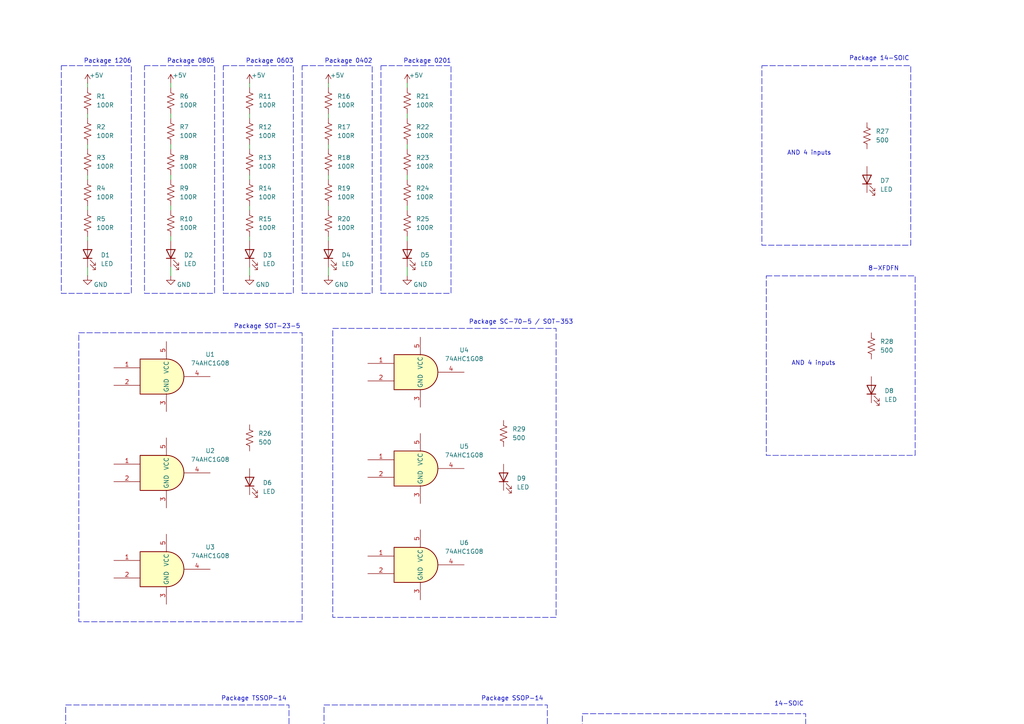
<source format=kicad_sch>
(kicad_sch (version 20250114) (generator "eeschema") (generator_version "9.0")
  (paper "A4")
  (lib_symbols
    (symbol "74xGxx:74AHC1G08"
      (property "Reference" "U" (at -2.54 3.81 0))
      (property "Value" "74AHC1G08" (at 0 -3.81 0))
      (symbol "74AHC1G08_0_1"
        (arc (start 0 5.08) (mid 5.0579 0) (end 0 -5.08) (stroke (width 0.254)) (fill (type background)))
        (polyline (pts (xy 0 -5.08) (xy -7.62 -5.08) (xy -7.62 5.08) (xy 0 5.08)) (stroke (width 0.254)) (fill (type background)))
      )
      (symbol "74AHC1G08_1_1"
        (pin input line (at -15.24 2.54 0) (length 7.62) (name "~") (number "1"))
        (pin input line (at -15.24 -2.54 0) (length 7.62) (name "~") (number "2"))
        (pin power_in line (at 0 10.16 270) (length 5.08) (name "VCC") (number "5"))
        (pin power_in line (at 0 -10.16 90) (length 5.08) (name "GND") (number "3"))
        (pin output line (at 12.7 0 180) (length 7.62) (name "~") (number "4"))
      )
    )
    (symbol "Device:LED" (pin_numbers (hide yes)) (pin_names (offset 1.016) (hide yes))
      (property "Reference" "D" (at 0 2.54 0))
      (property "Value" "LED" (at 0 -2.54 0))
      (symbol "LED_0_1"
        (polyline (pts (xy -3.048 -0.762) (xy -4.572 -2.286) (xy -3.81 -2.286) (xy -4.572 -2.286) (xy -4.572 -1.524)))
        (polyline (pts (xy -1.778 -0.762) (xy -3.302 -2.286) (xy -2.54 -2.286) (xy -3.302 -2.286) (xy -3.302 -1.524)))
        (polyline (pts (xy -1.27 0) (xy 1.27 0)))
        (polyline (pts (xy -1.27 -1.27) (xy -1.27 1.27)) (stroke (width 0.254)))
        (polyline (pts (xy 1.27 -1.27) (xy 1.27 1.27) (xy -1.27 0) (xy 1.27 -1.27)) (stroke (width 0.254)))
      )
      (symbol "LED_1_1"
        (pin passive line (at -3.81 0 0) (length 2.54) (name "K") (number "1"))
        (pin passive line (at 3.81 0 180) (length 2.54) (name "A") (number "2"))
      )
    )
    (symbol "Device:R_US" (pin_numbers (hide yes)) (pin_names (offset 0))
      (property "Reference" "R" (at 2.54 0 90))
      (property "Value" "R_US" (at -2.54 0 90))
      (symbol "R_US_0_1"
        (polyline (pts (xy 0 2.286) (xy 0 2.54)))
        (polyline (pts (xy 0 2.286) (xy 1.016 1.905) (xy 0 1.524) (xy -1.016 1.143) (xy 0 0.762)))
        (polyline (pts (xy 0 0.762) (xy 1.016 0.381) (xy 0 0) (xy -1.016 -0.381) (xy 0 -0.762)))
        (polyline (pts (xy 0 -0.762) (xy 1.016 -1.143) (xy 0 -1.524) (xy -1.016 -1.905) (xy 0 -2.286)))
        (polyline (pts (xy 0 -2.286) (xy 0 -2.54)))
      )
      (symbol "R_US_1_1"
        (pin passive line (at 0 3.81 270) (length 1.27) (name "~") (number "1"))
        (pin passive line (at 0 -3.81 90) (length 1.27) (name "~") (number "2"))
      )
    )
    (symbol "MCU_Microchip_PIC16:PIC16F15386-xPT"
      (property "Reference" "U?" (at 16.51 -36.83 0))
      (property "Value" "PIC16F15386-xPT" (at 0 0 0))
      (symbol "PIC16F15386-xPT_0_0"
        (pin bidirectional line (at -20.32 -2.54 0) (length 2.54) (name "RD5") (number "3"))
        (pin bidirectional line (at -20.32 -5.08 0) (length 2.54) (name "RD6") (number "4"))
      )
      (symbol "PIC16F15386-xPT_0_1"
        (rectangle (start -17.78 35.56) (end 17.78 -35.56) (stroke (width 0.254)) (fill (type background)))
      )
      (symbol "PIC16F15386-xPT_1_1"
        (pin bidirectional line (at -20.32 33.02 0) (length 2.54) (name "VPP/~{MCLR}/RE3") (number "20"))
        (pin bidirectional line (at -20.32 30.48 0) (length 2.54) (name "RE2") (number "29"))
        (pin bidirectional line (at -20.32 27.94 0) (length 2.54) (name "RE1") (number "28"))
        (pin bidirectional line (at -20.32 25.4 0) (length 2.54) (name "RE0") (number "27"))
        (pin bidirectional line (at -20.32 10.16 0) (length 2.54) (name "RD0") (number "42"))
        (pin bidirectional line (at -20.32 7.62 0) (length 2.54) (name "RD1") (number "43"))
        (pin bidirectional line (at -20.32 5.08 0) (length 2.54) (name "RD2") (number "44"))
        (pin bidirectional line (at -20.32 2.54 0) (length 2.54) (name "RD3") (number "45"))
        (pin bidirectional line (at -20.32 0 0) (length 2.54) (name "RD4") (number "2"))
        (pin bidirectional line (at -20.32 -7.62 0) (length 2.54) (name "RD7") (number "5"))
        (pin bidirectional line (at -20.32 -12.7 0) (length 2.54) (name "RF0") (number "36"))
        (pin bidirectional line (at -20.32 -15.24 0) (length 2.54) (name "RF1") (number "37"))
        (pin bidirectional line (at -20.32 -17.78 0) (length 2.54) (name "RF2") (number "38"))
        (pin bidirectional line (at -20.32 -20.32 0) (length 2.54) (name "RF3") (number "39"))
        (pin bidirectional line (at -20.32 -22.86 0) (length 2.54) (name "RF4") (number "12"))
        (pin bidirectional line (at -20.32 -25.4 0) (length 2.54) (name "RF5") (number "13"))
        (pin bidirectional line (at -20.32 -27.94 0) (length 2.54) (name "RF6") (number "14"))
        (pin bidirectional line (at -20.32 -30.48 0) (length 2.54) (name "RF7") (number "15"))
        (pin power_in line (at -2.54 -38.1 90) (length 2.54) (name "VSS") (number "31"))
        (pin power_in line (at 0 38.1 270) (length 2.54) (name "VDD") (number "7"))
        (pin power_in line (at 0 -38.1 90) (length 2.54) (name "VSS") (number "6"))
        (pin power_in line (at 2.54 38.1 270) (length 2.54) (name "VDD") (number "30"))
        (pin bidirectional line (at 20.32 33.02 180) (length 2.54) (name "RA0") (number "21"))
        (pin bidirectional line (at 20.32 30.48 180) (length 2.54) (name "RA1") (number "22"))
        (pin bidirectional line (at 20.32 27.94 180) (length 2.54) (name "RA2") (number "23"))
        (pin bidirectional line (at 20.32 25.4 180) (length 2.54) (name "RA3") (number "24"))
        (pin bidirectional line (at 20.32 22.86 180) (length 2.54) (name "RA4") (number "25"))
        (pin bidirectional line (at 20.32 20.32 180) (length 2.54) (name "RA5") (number "26"))
        (pin bidirectional line (at 20.32 17.78 180) (length 2.54) (name "RA6") (number "33"))
        (pin bidirectional line (at 20.32 15.24 180) (length 2.54) (name "RA7") (number "32"))
        (pin bidirectional line (at 20.32 10.16 180) (length 2.54) (name "RB0") (number "8"))
        (pin bidirectional line (at 20.32 7.62 180) (length 2.54) (name "RB1") (number "9"))
        (pin bidirectional line (at 20.32 5.08 180) (length 2.54) (name "RB2") (number "10"))
        (pin bidirectional line (at 20.32 2.54 180) (length 2.54) (name "RB3") (number "11"))
        (pin bidirectional line (at 20.32 0 180) (length 2.54) (name "RB4") (number "16"))
        (pin bidirectional line (at 20.32 -2.54 180) (length 2.54) (name "RB5") (number "17"))
        (pin bidirectional line (at 20.32 -5.08 180) (length 2.54) (name "ICSPCLK/RB6") (number "18"))
        (pin bidirectional line (at 20.32 -7.62 180) (length 2.54) (name "ICSPDAT/RB7") (number "19"))
        (pin bidirectional line (at 20.32 -12.7 180) (length 2.54) (name "RC0") (number "34"))
        (pin bidirectional line (at 20.32 -15.24 180) (length 2.54) (name "RC1") (number "35"))
        (pin bidirectional line (at 20.32 -17.78 180) (length 2.54) (name "RC2") (number "40"))
        (pin bidirectional line (at 20.32 -20.32 180) (length 2.54) (name "RC3") (number "41"))
        (pin bidirectional line (at 20.32 -22.86 180) (length 2.54) (name "RC4") (number "46"))
        (pin bidirectional line (at 20.32 -25.4 180) (length 2.54) (name "RC5") (number "47"))
        (pin bidirectional line (at 20.32 -27.94 180) (length 2.54) (name "RC6") (number "48"))
        (pin bidirectional line (at 20.32 -30.48 180) (length 2.54) (name "RC7") (number "1"))
      )
    )
    (symbol "logic_gates:xor_4ch_2inp"
      (property "Reference" "U" (at -3.048 1.524 0))
      (property "Value" "XOR 4CH 2INP" (at 13.462 1.778 0))
      (symbol "xor_4ch_2inp_0_1"
        (rectangle (start -3.81 0) (end 12.7 -29.21))
        (arc (start 0.635 -10.16) (mid 1.7845 -13.335) (end 0.635 -16.51) (stroke (width 0.254)))
        (arc (start 0 -10.795) (mid 1.0521 -13.335) (end 0 -15.875) (stroke (width 0.254)))
        (arc (start 4.445 -10.16) (mid 7.079 -11.1715) (end 8.8902 -13.335) (stroke (width 0.254)))
        (arc (start 8.8902 -13.335) (mid 7.3965 -15.4162) (end 5.08 -16.51) (stroke (width 0.254)))
        (polyline (pts (xy 4.445 -10.16) (xy 0.635 -10.16)) (stroke (width 0.254)) (fill (type background)))
        (polyline (pts (xy 5.0802 -16.51) (xy 0.635 -16.51)) (stroke (width 0.254)) (fill (type background)))
      )
      (symbol "xor_4ch_2inp_1_1"
        (pin input line (at -6.35 -2.54 0) (length 2.54) (name "1A") (number "1"))
        (pin input line (at -6.35 -5.08 0) (length 2.54) (name "1B") (number "2"))
        (pin input line (at -6.35 -8.89 0) (length 2.54) (name "2A") (number "4"))
        (pin input line (at -6.35 -11.43 0) (length 2.54) (name "2B") (number "5"))
        (pin input line (at -6.35 -15.24 0) (length 2.54) (name "3A") (number "9"))
        (pin input line (at -6.35 -17.78 0) (length 2.54) (name "3B") (number "10"))
        (pin input line (at -6.35 -21.59 0) (length 2.54) (name "4A") (number "12"))
        (pin input line (at -6.35 -24.13 0) (length 2.54) (name "4B") (number "13"))
        (pin power_in line (at 3.81 2.54 270) (length 2.54) (name "VCC") (number "14"))
        (pin power_in line (at 3.81 -31.75 90) (length 2.54) (name "GND") (number "7"))
        (pin output line (at 15.24 -3.81 180) (length 2.54) (name "1Y") (number "3"))
        (pin output line (at 15.24 -10.16 180) (length 2.54) (name "2Y") (number "6"))
        (pin output line (at 15.24 -16.51 180) (length 2.54) (name "3Y") (number "8"))
        (pin output line (at 15.24 -22.86 180) (length 2.54) (name "4Y") (number "11"))
      )
    )
    (symbol "power:+5V" (power) (pin_numbers (hide yes)) (pin_names (offset 0) (hide yes))
      (property "Value" "+5V" (at 0 3.556 0))
      (symbol "+5V_0_1"
        (polyline (pts (xy -0.762 1.27) (xy 0 2.54)))
        (polyline (pts (xy 0 2.54) (xy 0.762 1.27)))
        (polyline (pts (xy 0 0) (xy 0 2.54)))
      )
      (symbol "+5V_1_1"
        (pin power_in line (at 0 0 90) (length 0) (name "~") (number "1"))
      )
    )
    (symbol "power:GND" (power) (pin_numbers (hide yes)) (pin_names (offset 0) (hide yes))
      (property "Value" "GND" (at 0 -3.81 0))
      (symbol "GND_0_1"
        (polyline (pts (xy 0 0) (xy 0 -1.27) (xy 1.27 -1.27) (xy 0 -2.54) (xy -1.27 -1.27) (xy 0 -1.27)))
      )
      (symbol "GND_1_1"
        (pin power_in line (at 0 0 270) (length 0) (name "~") (number "1"))
      )
    )
  )
  (rectangle (start 110.49 19.05) (end 130.81 85.09) (stroke (width 0) (type dash)))
  (rectangle (start 41.91 19.05) (end 62.23 85.09) (stroke (width 0) (type dash)))
  (rectangle (start 87.63 19.05) (end 107.95 85.09) (stroke (width 0) (type dash)))
  (rectangle (start 17.78 19.05) (end 38.1 85.09) (stroke (width 0) (type dash)))
  (rectangle (start 22.86 96.52) (end 87.63 180.34) (stroke (width 0) (type dash)))
  (rectangle (start 242.57 213.36) (end 307.34 297.18) (stroke (width 0) (type dash)))
  (rectangle (start 93.98 204.47) (end 158.75 288.29) (stroke (width 0) (type dash)))
  (rectangle (start 220.98 19.05) (end 264.16 71.12) (stroke (width 0) (type dash)))
  (rectangle (start 168.91 207.01) (end 233.68 290.83) (stroke (width 0) (type dash)))
  (rectangle (start 350.52 209.55) (end 415.29 293.37) (stroke (width 0) (type dash)))
  (rectangle (start 222.25 80.01) (end 265.43 132.08) (stroke (width 0) (type dash)))
  (rectangle (start 96.52 95.25) (end 161.29 179.07) (stroke (width 0) (type dash)))
  (rectangle (start 19.05 204.47) (end 83.82 288.29) (stroke (width 0) (type dash)))
  (rectangle (start 64.77 19.05) (end 85.09 85.09) (stroke (width 0) (type dash)))
  (text "AND 4 inputs" (at 234.696 44.45 0) (effects (font (size 1.27 1.27))))
  (text "QFP" (at 410.464 209.042 0) (effects (font (size 1.27 1.27))))
  (text "14-SOIC" (at 228.854 204.216 0) (effects (font (size 1.27 1.27))))
  (text "Package TSSOP-14" (at 73.66 202.692 0) (effects (font (size 1.27 1.27))))
  (text "Package 0201" (at 123.952 17.78 0) (effects (font (size 1.27 1.27))))
  (text "Package SSOP-14" (at 148.59 202.692 0) (effects (font (size 1.27 1.27))))
  (text "Package 0805" (at 55.372 17.78 0) (effects (font (size 1.27 1.27))))
  (text "Package 1206" (at 31.242 17.78 0) (effects (font (size 1.27 1.27))))
  (text "Package 14-SOIC" (at 255.016 17.018 0) (effects (font (size 1.27 1.27))))
  (text "AND 4 inputs" (at 235.966 105.41 0) (effects (font (size 1.27 1.27))))
  (text "Package 0603" (at 78.232 17.78 0) (effects (font (size 1.27 1.27))))
  (text "8-XFDFN\n" (at 256.286 77.978 0) (effects (font (size 1.27 1.27))))
  (text "Package 0402" (at 101.092 17.78 0) (effects (font (size 1.27 1.27))))
  (text "Package SC-70-5 / SOT-353" (at 151.13 93.472 0) (effects (font (size 1.27 1.27))))
  (text "14-VQFN" (at 302.514 210.566 0) (effects (font (size 1.27 1.27))))
  (text "Package SOT-23-5" (at 77.47 94.742 0) (effects (font (size 1.27 1.27))))
  (wire (pts (xy 72.39 41.91) (xy 72.39 43.18)))
  (wire (pts (xy 49.53 68.58) (xy 49.53 69.85)))
  (wire (pts (xy 118.11 41.91) (xy 118.11 43.18)))
  (wire (pts (xy 72.39 59.69) (xy 72.39 60.96)))
  (wire (pts (xy 49.53 59.69) (xy 49.53 60.96)))
  (wire (pts (xy 95.25 77.47) (xy 95.25 80.01)))
  (wire (pts (xy 25.4 59.69) (xy 25.4 60.96)))
  (wire (pts (xy 25.4 25.4) (xy 25.4 24.13)))
  (wire (pts (xy 95.25 68.58) (xy 95.25 69.85)))
  (wire (pts (xy 49.53 25.4) (xy 49.53 24.13)))
  (wire (pts (xy 25.4 33.02) (xy 25.4 34.29)))
  (wire (pts (xy 72.39 50.8) (xy 72.39 52.07)))
  (wire (pts (xy 25.4 77.47) (xy 25.4 80.01)))
  (wire (pts (xy 72.39 33.02) (xy 72.39 34.29)))
  (wire (pts (xy 49.53 41.91) (xy 49.53 43.18)))
  (wire (pts (xy 49.53 33.02) (xy 49.53 34.29)))
  (wire (pts (xy 95.25 41.91) (xy 95.25 43.18)))
  (wire (pts (xy 72.39 68.58) (xy 72.39 69.85)))
  (wire (pts (xy 49.53 77.47) (xy 49.53 80.01)))
  (wire (pts (xy 118.11 77.47) (xy 118.11 80.01)))
  (wire (pts (xy 118.11 25.4) (xy 118.11 24.13)))
  (wire (pts (xy 95.25 59.69) (xy 95.25 60.96)))
  (wire (pts (xy 118.11 68.58) (xy 118.11 69.85)))
  (wire (pts (xy 118.11 59.69) (xy 118.11 60.96)))
  (wire (pts (xy 95.25 25.4) (xy 95.25 24.13)))
  (wire (pts (xy 49.53 50.8) (xy 49.53 52.07)))
  (wire (pts (xy 72.39 25.4) (xy 72.39 24.13)))
  (wire (pts (xy 72.39 77.47) (xy 72.39 80.01)))
  (wire (pts (xy 95.25 33.02) (xy 95.25 34.29)))
  (wire (pts (xy 25.4 50.8) (xy 25.4 52.07)))
  (wire (pts (xy 25.4 41.91) (xy 25.4 43.18)))
  (wire (pts (xy 118.11 33.02) (xy 118.11 34.29)))
  (wire (pts (xy 95.25 50.8) (xy 95.25 52.07)))
  (wire (pts (xy 25.4 68.58) (xy 25.4 69.85)))
  (wire (pts (xy 118.11 50.8) (xy 118.11 52.07)))
  (symbol (lib_id "power:+5V") (at 25.4 24.13 0) (unit 1)
    (property "Reference" "#PWR01" (effects (hide yes)))
    (property "Value" "+5V" (at 27.94 21.844 0))
    (property "Description" "Power symbol creates a global label with name \"+5V\"" (effects (hide yes)))
  )
  (symbol (lib_id "Device:LED") (at 143.51 247.65 90) (unit 1)
    (property "Reference" "D11" (at 147.32 247.9674 90) (effects (justify right)))
    (property "Value" "LED" (at 147.32 250.5074 90) (effects (justify right)))
    (property "Description" "Light emitting diode" (effects (hide yes)))
    (property "Sim.Pins" "1=K 2=A" (effects (hide yes)))
  )
  (symbol (lib_id "power:GND") (at 72.39 80.01 0) (unit 1)
    (property "Reference" "#PWR06" (effects (hide yes)))
    (property "Value" "GND" (at 76.2 82.55 0))
    (property "Description" "Power symbol creates a global label with name \"GND\" , ground" (effects (hide yes)))
  )
  (symbol (lib_id "Device:R_US") (at 72.39 64.77 0) (unit 1)
    (property "Reference" "R15" (at 74.93 63.4999 0) (effects (justify left)))
    (property "Value" "100R" (at 74.93 66.0399 0) (effects (justify left)))
    (property "Description" "Resistor, US symbol" (effects (hide yes)))
  )
  (symbol (lib_id "Device:R_US") (at 49.53 29.21 0) (unit 1)
    (property "Reference" "R6" (at 52.07 27.9399 0) (effects (justify left)))
    (property "Value" "100R" (at 52.07 30.4799 0) (effects (justify left)))
    (property "Description" "Resistor, US symbol" (effects (hide yes)))
  )
  (symbol (lib_id "Device:LED") (at 252.73 113.03 90) (unit 1)
    (property "Reference" "D8" (at 256.54 113.3474 90) (effects (justify right)))
    (property "Value" "LED" (at 256.54 115.8874 90) (effects (justify right)))
    (property "Description" "Light emitting diode" (effects (hide yes)))
    (property "Sim.Pins" "1=K 2=A" (effects (hide yes)))
  )
  (symbol (lib_id "Device:R_US") (at 72.39 55.88 0) (unit 1)
    (property "Reference" "R14" (at 74.93 54.6099 0) (effects (justify left)))
    (property "Value" "100R" (at 74.93 57.1499 0) (effects (justify left)))
    (property "Description" "Resistor, US symbol" (effects (hide yes)))
  )
  (symbol (lib_id "Device:LED") (at 49.53 73.66 90) (unit 1)
    (property "Reference" "D2" (at 53.34 73.9774 90) (effects (justify right)))
    (property "Value" "LED" (at 53.34 76.5174 90) (effects (justify right)))
    (property "Description" "Light emitting diode" (effects (hide yes)))
    (property "Sim.Pins" "1=K 2=A" (effects (hide yes)))
  )
  (symbol (lib_id "Device:R_US") (at 95.25 55.88 0) (unit 1)
    (property "Reference" "R19" (at 97.79 54.6099 0) (effects (justify left)))
    (property "Value" "100R" (at 97.79 57.1499 0) (effects (justify left)))
    (property "Description" "Resistor, US symbol" (effects (hide yes)))
  )
  (symbol (lib_id "Device:LED") (at 68.58 247.65 90) (unit 1)
    (property "Reference" "D10" (at 72.39 247.9674 90) (effects (justify right)))
    (property "Value" "LED" (at 72.39 250.5074 90) (effects (justify right)))
    (property "Description" "Light emitting diode" (effects (hide yes)))
    (property "Sim.Pins" "1=K 2=A" (effects (hide yes)))
  )
  (symbol (lib_id "Device:R_US") (at 72.39 38.1 0) (unit 1)
    (property "Reference" "R12" (at 74.93 36.8299 0) (effects (justify left)))
    (property "Value" "100R" (at 74.93 39.3699 0) (effects (justify left)))
    (property "Description" "Resistor, US symbol" (effects (hide yes)))
  )
  (symbol (lib_id "Device:R_US") (at 252.73 100.33 0) (unit 1)
    (property "Reference" "R28" (at 255.27 99.0599 0) (effects (justify left)))
    (property "Value" "500" (at 255.27 101.5999 0) (effects (justify left)))
    (property "Description" "Resistor, US symbol" (effects (hide yes)))
  )
  (symbol (lib_id "Device:R_US") (at 118.11 29.21 0) (unit 1)
    (property "Reference" "R21" (at 120.65 27.9399 0) (effects (justify left)))
    (property "Value" "100R" (at 120.65 30.4799 0) (effects (justify left)))
    (property "Description" "Resistor, US symbol" (effects (hide yes)))
  )
  (symbol (lib_id "Device:R_US") (at 95.25 64.77 0) (unit 1)
    (property "Reference" "R20" (at 97.79 63.4999 0) (effects (justify left)))
    (property "Value" "100R" (at 97.79 66.0399 0) (effects (justify left)))
    (property "Description" "Resistor, US symbol" (effects (hide yes)))
  )
  (symbol (lib_id "Device:R_US") (at 49.53 55.88 0) (unit 1)
    (property "Reference" "R9" (at 52.07 54.6099 0) (effects (justify left)))
    (property "Value" "100R" (at 52.07 57.1499 0) (effects (justify left)))
    (property "Description" "Resistor, US symbol" (effects (hide yes)))
  )
  (symbol (lib_id "Device:R_US") (at 25.4 38.1 0) (unit 1)
    (property "Reference" "R2" (at 27.94 36.8299 0) (effects (justify left)))
    (property "Value" "100R" (at 27.94 39.3699 0) (effects (justify left)))
    (property "Description" "Resistor, US symbol" (effects (hide yes)))
  )
  (symbol (lib_id "power:GND") (at 49.53 80.01 0) (unit 1)
    (property "Reference" "#PWR04" (effects (hide yes)))
    (property "Value" "GND" (at 53.34 82.55 0))
    (property "Description" "Power symbol creates a global label with name \"GND\" , ground" (effects (hide yes)))
  )
  (symbol (lib_id "Device:R_US") (at 72.39 127 0) (unit 1)
    (property "Reference" "R26" (at 74.93 125.7299 0) (effects (justify left)))
    (property "Value" "500" (at 74.93 128.2699 0) (effects (justify left)))
    (property "Description" "Resistor, US symbol" (effects (hide yes)))
  )
  (symbol (lib_id "Device:R_US") (at 25.4 29.21 0) (unit 1)
    (property "Reference" "R1" (at 27.94 27.9399 0) (effects (justify left)))
    (property "Value" "100R" (at 27.94 30.4799 0) (effects (justify left)))
    (property "Description" "Resistor, US symbol" (effects (hide yes)))
  )
  (symbol (lib_id "logic_gates:xor_4ch_2inp") (at 185.42 227.33 0) (unit 1)
    (property "Reference" "U9" (at 191.3733 222.25 0) (effects (justify left)))
    (property "Value" "XOR 4CH 2INP" (at 191.3733 224.79 0) (effects (justify left)))
    (property "Footprint" "Package_SO:SOIC-14_3.9x8.7mm_P1.27mm" (effects (hide yes)))
    (property "Datasheet" "https://assets.nexperia.com/documents/data-sheet/74HC_HCT86.pdf" (effects (hide yes)))
    (property "Description" "XOR (Exclusive OR) IC 4 Channel 14-SO" (effects (hide yes)))
    (property "Digikey" "https://www.digikey.com/en/products/detail/nexperia-usa-inc/74HC86D-653/763100" (effects (hide yes)))
    (property "Digikey P/N" "1727-2827-1-ND" (effects (hide yes)))
    (property "Mfr." "Nexperia USA Inc." (effects (hide yes)))
    (property "Mfr. P/N" "74HC86D,653" (effects (hide yes)))
  )
  (symbol (lib_id "Device:LED") (at 72.39 139.7 90) (unit 1)
    (property "Reference" "D6" (at 76.2 140.0174 90) (effects (justify right)))
    (property "Value" "LED" (at 76.2 142.5574 90) (effects (justify right)))
    (property "Description" "Light emitting diode" (effects (hide yes)))
    (property "Sim.Pins" "1=K 2=A" (effects (hide yes)))
  )
  (symbol (lib_id "Device:LED") (at 118.11 73.66 90) (unit 1)
    (property "Reference" "D5" (at 121.92 73.9774 90) (effects (justify right)))
    (property "Value" "LED" (at 121.92 76.5174 90) (effects (justify right)))
    (property "Description" "Light emitting diode" (effects (hide yes)))
    (property "Sim.Pins" "1=K 2=A" (effects (hide yes)))
  )
  (symbol (lib_id "power:GND") (at 118.11 80.01 0) (unit 1)
    (property "Reference" "#PWR010" (effects (hide yes)))
    (property "Value" "GND" (at 121.92 82.55 0))
    (property "Description" "Power symbol creates a global label with name \"GND\" , ground" (effects (hide yes)))
  )
  (symbol (lib_id "Device:R_US") (at 49.53 64.77 0) (unit 1)
    (property "Reference" "R10" (at 52.07 63.4999 0) (effects (justify left)))
    (property "Value" "100R" (at 52.07 66.0399 0) (effects (justify left)))
    (property "Description" "Resistor, US symbol" (effects (hide yes)))
  )
  (symbol (lib_id "power:GND") (at 25.4 80.01 0) (unit 1)
    (property "Reference" "#PWR02" (effects (hide yes)))
    (property "Value" "GND" (at 29.21 82.55 0))
    (property "Description" "Power symbol creates a global label with name \"GND\" , ground" (effects (hide yes)))
  )
  (symbol (lib_id "Device:R_US") (at 25.4 64.77 0) (unit 1)
    (property "Reference" "R5" (at 27.94 63.4999 0) (effects (justify left)))
    (property "Value" "100R" (at 27.94 66.0399 0) (effects (justify left)))
    (property "Description" "Resistor, US symbol" (effects (hide yes)))
  )
  (symbol (lib_id "Device:R_US") (at 95.25 46.99 0) (unit 1)
    (property "Reference" "R18" (at 97.79 45.7199 0) (effects (justify left)))
    (property "Value" "100R" (at 97.79 48.2599 0) (effects (justify left)))
    (property "Description" "Resistor, US symbol" (effects (hide yes)))
  )
  (symbol (lib_id "power:GND") (at 95.25 80.01 0) (unit 1)
    (property "Reference" "#PWR08" (effects (hide yes)))
    (property "Value" "GND" (at 99.06 82.55 0))
    (property "Description" "Power symbol creates a global label with name \"GND\" , ground" (effects (hide yes)))
  )
  (symbol (lib_id "74xGxx:74AHC1G08") (at 48.26 165.1 0) (unit 1)
    (property "Reference" "U3" (at 60.96 158.6798 0))
    (property "Value" "74AHC1G08" (at 60.96 161.2198 0))
    (property "Datasheet" "http://www.ti.com/lit/sg/scyt129e/scyt129e.pdf" (effects (hide yes)))
    (property "Description" "Single AND Gate, Low-Voltage CMOS" (effects (hide yes)))
  )
  (symbol (lib_id "Device:LED") (at 72.39 73.66 90) (unit 1)
    (property "Reference" "D3" (at 76.2 73.9774 90) (effects (justify right)))
    (property "Value" "LED" (at 76.2 76.5174 90) (effects (justify right)))
    (property "Description" "Light emitting diode" (effects (hide yes)))
    (property "Sim.Pins" "1=K 2=A" (effects (hide yes)))
  )
  (symbol (lib_id "Device:R_US") (at 143.51 234.95 0) (unit 1)
    (property "Reference" "R31" (at 146.05 233.6799 0) (effects (justify left)))
    (property "Value" "500" (at 146.05 236.2199 0) (effects (justify left)))
    (property "Description" "Resistor, US symbol" (effects (hide yes)))
  )
  (symbol (lib_id "Device:R_US") (at 95.25 38.1 0) (unit 1)
    (property "Reference" "R17" (at 97.79 36.8299 0) (effects (justify left)))
    (property "Value" "100R" (at 97.79 39.3699 0) (effects (justify left)))
    (property "Description" "Resistor, US symbol" (effects (hide yes)))
  )
  (symbol (lib_id "Device:R_US") (at 118.11 55.88 0) (unit 1)
    (property "Reference" "R24" (at 120.65 54.6099 0) (effects (justify left)))
    (property "Value" "100R" (at 120.65 57.1499 0) (effects (justify left)))
    (property "Description" "Resistor, US symbol" (effects (hide yes)))
  )
  (symbol (lib_id "logic_gates:xor_4ch_2inp") (at 260.35 223.52 0) (unit 1)
    (property "Reference" "U10" (at 266.3033 218.44 0) (effects (justify left)))
    (property "Value" "XOR 4CH 2INP" (at 266.3033 220.98 0) (effects (justify left)))
    (property "Footprint" "project_footprints:14-wqfn" (effects (hide yes)))
    (property "Datasheet" "https://assets.nexperia.com/documents/data-sheet/74LVC86A.pdf" (effects (hide yes)))
    (property "Description" "IC GATE XOR 4CH 2-INP 14DHVQFN" (effects (hide yes)))
    (property "Digikey" "https://www.digikey.com/en/products/detail/nexperia-usa-inc/74LVC86ABQ-115/1231735" (effects (hide yes)))
    (property "Digikey P/N" "1727-8434-1-ND" (effects (hide yes)))
    (property "Mfr." "Nexperia USA Inc." (effects (hide yes)))
    (property "Mfr. P/N" "74LVC86ABQ,115" (effects (hide yes)))
  )
  (symbol (lib_id "Device:LED") (at 95.25 73.66 90) (unit 1)
    (property "Reference" "D4" (at 99.06 73.9774 90) (effects (justify right)))
    (property "Value" "LED" (at 99.06 76.5174 90) (effects (justify right)))
    (property "Description" "Light emitting diode" (effects (hide yes)))
    (property "Sim.Pins" "1=K 2=A" (effects (hide yes)))
  )
  (symbol (lib_id "74xGxx:74AHC1G08") (at 121.92 107.95 0) (unit 1)
    (property "Reference" "U4" (at 134.62 101.5298 0))
    (property "Value" "74AHC1G08" (at 134.62 104.0698 0))
    (property "Datasheet" "http://www.ti.com/lit/sg/scyt129e/scyt129e.pdf" (effects (hide yes)))
    (property "Description" "Single AND Gate, Low-Voltage CMOS" (effects (hide yes)))
  )
  (symbol (lib_id "74xGxx:74AHC1G08") (at 48.26 109.22 0) (unit 1)
    (property "Reference" "U1" (at 60.96 102.7998 0))
    (property "Value" "74AHC1G08" (at 60.96 105.3398 0))
    (property "Datasheet" "http://www.ti.com/lit/sg/scyt129e/scyt129e.pdf" (effects (hide yes)))
    (property "Description" "Single AND Gate, Low-Voltage CMOS" (effects (hide yes)))
  )
  (symbol (lib_id "MCU_Microchip_PIC16:PIC16F15386-xPT") (at 381 252.73 0) (unit 1)
    (property "Reference" "U11" (at 385.6833 212.09 0) (effects (justify left)))
    (property "Value" "PIC16F15386-xPT" (at 385.6833 214.63 0) (effects (justify left)))
    (property "Footprint" "Package_QFP:TQFP-48_7x7mm_P0.5mm" (effects (hide yes)))
    (property "Datasheet" "https://ww1.microchip.com/downloads/aemDocuments/documents/MCU32/ProductDocuments/DataSheets/PIC32CM-16-32-GV00-Family-Data-Sheet-DS60001881.pdf" (effects (hide yes)))
    (property "Description" "ARM® Cortex®-M0+ PIC® 32CM GV Microcontroller IC 32-Bit 48MHz 16KB (16K x 8) FLASH 48-TQFP (7x7)" (effects (hide yes)))
    (property "Digikey" "https://www.digikey.com/en/products/detail/microchip-technology/PIC32CM1602GV00048-I-Y8X/26728381" (effects (hide yes)))
    (property "Digikey P/N" "150-PIC32CM1602GV00048-I/Y8X-ND" (effects (hide yes)))
    (property "Mfr." "Microchip Technology" (effects (hide yes)))
    (property "Mfr. P/N" "PIC32CM1602GV00048-I/Y8X" (effects (hide yes)))
  )
  (symbol (lib_id "power:+5V") (at 95.25 24.13 0) (unit 1)
    (property "Reference" "#PWR07" (effects (hide yes)))
    (property "Value" "+5V" (at 97.79 21.844 0))
    (property "Description" "Power symbol creates a global label with name \"+5V\"" (effects (hide yes)))
  )
  (symbol (lib_id "power:+5V") (at 118.11 24.13 0) (unit 1)
    (property "Reference" "#PWR09" (effects (hide yes)))
    (property "Value" "+5V" (at 120.65 21.844 0))
    (property "Description" "Power symbol creates a global label with name \"+5V\"" (effects (hide yes)))
  )
  (symbol (lib_id "Device:R_US") (at 251.46 39.37 0) (unit 1)
    (property "Reference" "R27" (at 254 38.0999 0) (effects (justify left)))
    (property "Value" "500" (at 254 40.6399 0) (effects (justify left)))
    (property "Description" "Resistor, US symbol" (effects (hide yes)))
  )
  (symbol (lib_id "74xGxx:74AHC1G08") (at 121.92 163.83 0) (unit 1)
    (property "Reference" "U6" (at 134.62 157.4098 0))
    (property "Value" "74AHC1G08" (at 134.62 159.9498 0))
    (property "Datasheet" "http://www.ti.com/lit/sg/scyt129e/scyt129e.pdf" (effects (hide yes)))
    (property "Description" "Single AND Gate, Low-Voltage CMOS" (effects (hide yes)))
  )
  (symbol (lib_id "Device:R_US") (at 49.53 46.99 0) (unit 1)
    (property "Reference" "R8" (at 52.07 45.7199 0) (effects (justify left)))
    (property "Value" "100R" (at 52.07 48.2599 0) (effects (justify left)))
    (property "Description" "Resistor, US symbol" (effects (hide yes)))
  )
  (symbol (lib_id "power:+5V") (at 49.53 24.13 0) (unit 1)
    (property "Reference" "#PWR03" (effects (hide yes)))
    (property "Value" "+5V" (at 52.07 21.844 0))
    (property "Description" "Power symbol creates a global label with name \"+5V\"" (effects (hide yes)))
  )
  (symbol (lib_id "Device:LED") (at 25.4 73.66 90) (unit 1)
    (property "Reference" "D1" (at 29.21 73.9774 90) (effects (justify right)))
    (property "Value" "LED" (at 29.21 76.5174 90) (effects (justify right)))
    (property "Description" "Light emitting diode" (effects (hide yes)))
    (property "Sim.Pins" "1=K 2=A" (effects (hide yes)))
  )
  (symbol (lib_id "Device:R_US") (at 95.25 29.21 0) (unit 1)
    (property "Reference" "R16" (at 97.79 27.9399 0) (effects (justify left)))
    (property "Value" "100R" (at 97.79 30.4799 0) (effects (justify left)))
    (property "Description" "Resistor, US symbol" (effects (hide yes)))
  )
  (symbol (lib_id "Device:R_US") (at 118.11 46.99 0) (unit 1)
    (property "Reference" "R23" (at 120.65 45.7199 0) (effects (justify left)))
    (property "Value" "100R" (at 120.65 48.2599 0) (effects (justify left)))
    (property "Description" "Resistor, US symbol" (effects (hide yes)))
  )
  (symbol (lib_id "logic_gates:xor_4ch_2inp") (at 111.76 226.06 0) (unit 1)
    (property "Reference" "U8" (at 117.7133 220.98 0) (effects (justify left)))
    (property "Value" "XOR 4CH 2INP" (at 117.7133 223.52 0) (effects (justify left)))
    (property "Footprint" "Package_SO:SSOP-14_5.3x6.2mm_P0.65mm" (effects (hide yes)))
    (property "Datasheet" "https://www.ti.com/lit/ds/scls250n/scls250n.pdf" (effects (hide yes)))
    (property "Description" "IC GATE XOR 4CH 2-INP 14SSOP" (effects (hide yes)))
    (property "Digikey" "https://www.digikey.com/en/products/detail/texas-instruments/SN74AHCT86DBR/376461" (effects (hide yes)))
    (property "Digikey P/N" "296-4774-1-ND" (effects (hide yes)))
    (property "Mfr." "Texas Instruments" (effects (hide yes)))
    (property "Mfr. P/N" "SN74AHCT86DBR" (effects (hide yes)))
  )
  (symbol (lib_id "Device:R_US") (at 25.4 55.88 0) (unit 1)
    (property "Reference" "R4" (at 27.94 54.6099 0) (effects (justify left)))
    (property "Value" "100R" (at 27.94 57.1499 0) (effects (justify left)))
    (property "Description" "Resistor, US symbol" (effects (hide yes)))
  )
  (symbol (lib_id "Device:R_US") (at 72.39 29.21 0) (unit 1)
    (property "Reference" "R11" (at 74.93 27.9399 0) (effects (justify left)))
    (property "Value" "100R" (at 74.93 30.4799 0) (effects (justify left)))
    (property "Description" "Resistor, US symbol" (effects (hide yes)))
  )
  (symbol (lib_id "Device:R_US") (at 118.11 38.1 0) (unit 1)
    (property "Reference" "R22" (at 120.65 36.8299 0) (effects (justify left)))
    (property "Value" "100R" (at 120.65 39.3699 0) (effects (justify left)))
    (property "Description" "Resistor, US symbol" (effects (hide yes)))
  )
  (symbol (lib_id "Device:R_US") (at 49.53 38.1 0) (unit 1)
    (property "Reference" "R7" (at 52.07 36.8299 0) (effects (justify left)))
    (property "Value" "100R" (at 52.07 39.3699 0) (effects (justify left)))
    (property "Description" "Resistor, US symbol" (effects (hide yes)))
  )
  (symbol (lib_id "Device:R_US") (at 146.05 125.73 0) (unit 1)
    (property "Reference" "R29" (at 148.59 124.4599 0) (effects (justify left)))
    (property "Value" "500" (at 148.59 126.9999 0) (effects (justify left)))
    (property "Description" "Resistor, US symbol" (effects (hide yes)))
  )
  (symbol (lib_id "Device:R_US") (at 68.58 234.95 0) (unit 1)
    (property "Reference" "R30" (at 71.12 233.6799 0) (effects (justify left)))
    (property "Value" "500" (at 71.12 236.2199 0) (effects (justify left)))
    (property "Description" "Resistor, US symbol" (effects (hide yes)))
  )
  (symbol (lib_id "Device:LED") (at 146.05 138.43 90) (unit 1)
    (property "Reference" "D9" (at 149.86 138.7474 90) (effects (justify right)))
    (property "Value" "LED" (at 149.86 141.2874 90) (effects (justify right)))
    (property "Description" "Light emitting diode" (effects (hide yes)))
    (property "Sim.Pins" "1=K 2=A" (effects (hide yes)))
  )
  (symbol (lib_id "power:+5V") (at 72.39 24.13 0) (unit 1)
    (property "Reference" "#PWR05" (effects (hide yes)))
    (property "Value" "+5V" (at 74.93 21.844 0))
    (property "Description" "Power symbol creates a global label with name \"+5V\"" (effects (hide yes)))
  )
  (symbol (lib_id "74xGxx:74AHC1G08") (at 121.92 135.89 0) (unit 1)
    (property "Reference" "U5" (at 134.62 129.4698 0))
    (property "Value" "74AHC1G08" (at 134.62 132.0098 0))
    (property "Datasheet" "http://www.ti.com/lit/sg/scyt129e/scyt129e.pdf" (effects (hide yes)))
    (property "Description" "Single AND Gate, Low-Voltage CMOS" (effects (hide yes)))
  )
  (symbol (lib_id "Device:LED") (at 251.46 52.07 90) (unit 1)
    (property "Reference" "D7" (at 255.27 52.3874 90) (effects (justify right)))
    (property "Value" "LED" (at 255.27 54.9274 90) (effects (justify right)))
    (property "Description" "Light emitting diode" (effects (hide yes)))
    (property "Sim.Pins" "1=K 2=A" (effects (hide yes)))
  )
  (symbol (lib_id "Device:R_US") (at 25.4 46.99 0) (unit 1)
    (property "Reference" "R3" (at 27.94 45.7199 0) (effects (justify left)))
    (property "Value" "100R" (at 27.94 48.2599 0) (effects (justify left)))
    (property "Description" "Resistor, US symbol" (effects (hide yes)))
  )
  (symbol (lib_id "74xGxx:74AHC1G08") (at 48.26 137.16 0) (unit 1)
    (property "Reference" "U2" (at 60.96 130.7398 0))
    (property "Value" "74AHC1G08" (at 60.96 133.2798 0))
    (property "Datasheet" "http://www.ti.com/lit/sg/scyt129e/scyt129e.pdf" (effects (hide yes)))
    (property "Description" "Single AND Gate, Low-Voltage CMOS" (effects (hide yes)))
  )
  (symbol (lib_id "Device:R_US") (at 118.11 64.77 0) (unit 1)
    (property "Reference" "R25" (at 120.65 63.4999 0) (effects (justify left)))
    (property "Value" "100R" (at 120.65 66.0399 0) (effects (justify left)))
    (property "Description" "Resistor, US symbol" (effects (hide yes)))
  )
  (symbol (lib_id "Device:R_US") (at 72.39 46.99 0) (unit 1)
    (property "Reference" "R13" (at 74.93 45.7199 0) (effects (justify left)))
    (property "Value" "100R" (at 74.93 48.2599 0) (effects (justify left)))
    (property "Description" "Resistor, US symbol" (effects (hide yes)))
  )
  (symbol (lib_id "logic_gates:xor_4ch_2inp") (at 35.56 222.25 0) (unit 1)
    (property "Reference" "U7" (at 41.5133 217.17 0) (effects (justify left)))
    (property "Value" "XOR 4CH 2INP" (at 41.5133 219.71 0) (effects (justify left)))
    (property "Footprint" "Package_SO:TSSOP-14_4.4x5mm_P0.65mm" (effects (hide yes)))
    (property "Datasheet" "https://assets.nexperia.com/documents/data-sheet/74HC_HCT86.pdf" (effects (hide yes)))
    (property "Description" "IC GATE XOR 4CH 2-INP 14TSSOP" (effects (hide yes)))
    (property "Digikey" "https://www.digikey.com/en/products/detail/nexperia-usa-inc/74HC86PW-118/1230556" (effects (hide yes)))
    (property "Digikey P/N" "1727-5965-1-ND" (effects (hide yes)))
    (property "Mfr." "Nexperia USA Inc." (effects (hide yes)))
    (property "Mfr. P/N" "74HC86PW,118" (effects (hide yes)))
  )
)
</source>
